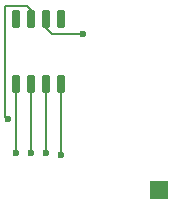
<source format=gbr>
%TF.GenerationSoftware,KiCad,Pcbnew,8.0.4*%
%TF.CreationDate,2024-08-25T11:53:39+01:00*%
%TF.ProjectId,ds_lite_tv_out_chip_swap,64735f6c-6974-4655-9f74-765f6f75745f,rev?*%
%TF.SameCoordinates,Original*%
%TF.FileFunction,Copper,L2,Bot*%
%TF.FilePolarity,Positive*%
%FSLAX46Y46*%
G04 Gerber Fmt 4.6, Leading zero omitted, Abs format (unit mm)*
G04 Created by KiCad (PCBNEW 8.0.4) date 2024-08-25 11:53:39*
%MOMM*%
%LPD*%
G01*
G04 APERTURE LIST*
G04 Aperture macros list*
%AMRoundRect*
0 Rectangle with rounded corners*
0 $1 Rounding radius*
0 $2 $3 $4 $5 $6 $7 $8 $9 X,Y pos of 4 corners*
0 Add a 4 corners polygon primitive as box body*
4,1,4,$2,$3,$4,$5,$6,$7,$8,$9,$2,$3,0*
0 Add four circle primitives for the rounded corners*
1,1,$1+$1,$2,$3*
1,1,$1+$1,$4,$5*
1,1,$1+$1,$6,$7*
1,1,$1+$1,$8,$9*
0 Add four rect primitives between the rounded corners*
20,1,$1+$1,$2,$3,$4,$5,0*
20,1,$1+$1,$4,$5,$6,$7,0*
20,1,$1+$1,$6,$7,$8,$9,0*
20,1,$1+$1,$8,$9,$2,$3,0*%
G04 Aperture macros list end*
%TA.AperFunction,ComponentPad*%
%ADD10RoundRect,0.187500X-0.187500X-0.562500X0.187500X-0.562500X0.187500X0.562500X-0.187500X0.562500X0*%
%TD*%
%TA.AperFunction,ComponentPad*%
%ADD11R,1.500000X1.500000*%
%TD*%
%TA.AperFunction,ViaPad*%
%ADD12C,0.600000*%
%TD*%
%TA.AperFunction,Conductor*%
%ADD13C,0.200000*%
%TD*%
G04 APERTURE END LIST*
D10*
%TO.P,U5,1,DSI*%
%TO.N,Net-(U3-DSI)*%
X150290000Y-79225000D03*
%TO.P,U5,2,SC*%
%TO.N,Net-(U3-SC)*%
X151560000Y-79225000D03*
%TO.P,U5,3,RST*%
%TO.N,Net-(U3-RST)*%
X152830000Y-79225000D03*
%TO.P,U5,4,CS*%
%TO.N,Net-(U3-CS)*%
X154100000Y-79225000D03*
%TO.P,U5,5,RP*%
%TO.N,Net-(U3-RP)*%
X154100000Y-73735000D03*
%TO.P,U5,6,VCC*%
%TO.N,Net-(U1-C)*%
X152830000Y-73735000D03*
%TO.P,U5,7,GND*%
%TO.N,Net-(U3-GND)*%
X151560000Y-73735000D03*
%TO.P,U5,8,SDO*%
%TO.N,Net-(U3-SDO)*%
X150290000Y-73735000D03*
%TD*%
D11*
%TO.P,TP1,1,1*%
%TO.N,Net-(R1-Pad2)*%
X162330000Y-88220000D03*
%TD*%
D12*
%TO.N,Net-(U1-C)*%
X155950000Y-74960000D03*
%TO.N,Net-(U3-GND)*%
X149549344Y-82212112D03*
%TO.N,Net-(U3-CS)*%
X154040000Y-85250000D03*
%TO.N,Net-(U3-RST)*%
X152780000Y-85080000D03*
%TO.N,Net-(U3-SC)*%
X151560000Y-85100000D03*
%TO.N,Net-(U3-DSI)*%
X150270000Y-85030000D03*
%TD*%
D13*
%TO.N,Net-(U1-C)*%
X152830000Y-74485000D02*
X153305000Y-74960000D01*
X153305000Y-74960000D02*
X155950000Y-74960000D01*
X152830000Y-73735000D02*
X152830000Y-74485000D01*
%TO.N,Net-(U3-GND)*%
X149350000Y-82012768D02*
X149549344Y-82212112D01*
X149350000Y-72610000D02*
X149350000Y-82012768D01*
X151560000Y-73735000D02*
X151560000Y-72985000D01*
X151560000Y-72985000D02*
X151185000Y-72610000D01*
X151185000Y-72610000D02*
X149350000Y-72610000D01*
%TO.N,Net-(U3-CS)*%
X154040000Y-85250000D02*
X154100000Y-85190000D01*
X154100000Y-85190000D02*
X154100000Y-79225000D01*
%TO.N,Net-(U3-RST)*%
X152780000Y-85080000D02*
X152830000Y-85030000D01*
X152830000Y-85030000D02*
X152830000Y-79225000D01*
%TO.N,Net-(U3-SC)*%
X151560000Y-85100000D02*
X151560000Y-79225000D01*
%TO.N,Net-(U3-DSI)*%
X150270000Y-85030000D02*
X150290000Y-85010000D01*
X150290000Y-85010000D02*
X150290000Y-79225000D01*
%TD*%
M02*

</source>
